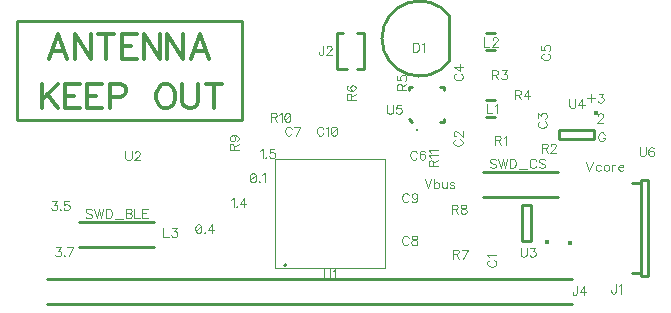
<source format=gbr>
G04 DipTrace 3.2.0.1*
G04 TopSilk.gbr*
%MOIN*%
G04 #@! TF.FileFunction,Legend,Top*
G04 #@! TF.Part,Single*
%ADD10C,0.009843*%
%ADD20C,0.007874*%
%ADD27C,0.015752*%
%ADD32C,0.015395*%
%ADD38C,0.015401*%
%ADD40C,0.011811*%
%ADD47C,0.001969*%
%ADD155C,0.004632*%
%ADD156C,0.012351*%
%FSLAX26Y26*%
G04*
G70*
G90*
G75*
G01*
G04 TopSilk*
%LPD*%
X311607Y1337339D2*
D10*
X1059244D1*
Y1007787D1*
X311607D1*
Y1337339D1*
X2390450Y489725D2*
Y808622D1*
Y489646D2*
X2414078D1*
X2390450Y808544D2*
X2414078D1*
Y489725D2*
Y808622D1*
X2360231Y499567D2*
X2390450D1*
Y798780D2*
X2360231D1*
D27*
X2154056Y597914D3*
D32*
X2078326Y599787D3*
X2024261Y605050D2*
D10*
Y723158D1*
X1992770Y605050D2*
Y723158D1*
X2024261D2*
X1992770D1*
X2024261Y605050D2*
X1992770D1*
X1872981Y1019110D2*
X1904481D1*
X1872981Y1074229D2*
X1904481D1*
X767701Y583575D2*
X517701D1*
X767701Y667827D2*
X517701D1*
D38*
X2238615Y1030326D3*
X2233352Y976261D2*
D10*
X2115244D1*
X2233352Y944770D2*
X2115244D1*
Y976261D2*
Y944770D1*
X2233352Y976261D2*
Y944770D1*
X1864701Y835827D2*
X2114701D1*
X1864701Y751575D2*
X2114701D1*
X1615173Y1107024D2*
Y1118844D1*
X1626984D1*
X1733284Y1107024D2*
Y1118844D1*
X1721473D2*
X1733284D1*
Y1000713D2*
Y1012500D1*
X1721473Y1000713D2*
X1733284D1*
D40*
X1644701Y975109D3*
X1615173Y1012500D2*
D10*
X1626984Y1000713D1*
X1871981Y1242110D2*
X1903481D1*
X1871981Y1297229D2*
X1903481D1*
X1751694Y1354639D2*
Y1204763D1*
X1751469Y1354939D2*
G03X1751469Y1204463I-99796J-75238D01*
G01*
X1171614Y514614D2*
D47*
Y878788D1*
X1535788D1*
Y514614D1*
X1171614D1*
X1200166Y524447D2*
D20*
G02X1200166Y524447I3933J0D01*
G01*
X1377488Y1297138D2*
D10*
Y1177055D1*
X1410920D2*
X1377488D1*
X1468040Y1299103D2*
X1444415D1*
X1468040Y1177055D2*
X1444415D1*
X1468040Y1299103D2*
Y1177055D1*
X1395200Y1297138D2*
X1377488D1*
X409701Y478827D2*
X2159701D1*
X409701Y394575D2*
X2159701D1*
X671698Y904273D2*
D155*
Y882751D1*
X673124Y878440D1*
X676009Y875588D1*
X680320Y874129D1*
X683172D1*
X687483Y875588D1*
X690368Y878440D1*
X691794Y882751D1*
Y904273D1*
X702516Y897077D2*
Y898503D1*
X703942Y901388D1*
X705368Y902814D1*
X708253Y904239D1*
X713990D1*
X716842Y902814D1*
X718268Y901388D1*
X719727Y898503D1*
Y895651D1*
X718268Y892766D1*
X715416Y888488D1*
X701057Y874129D1*
X721153D1*
X2306079Y459879D2*
Y436931D1*
X2304653Y432620D1*
X2303193Y431194D1*
X2300342Y429735D1*
X2297456D1*
X2294605Y431194D1*
X2293179Y432620D1*
X2291719Y436931D1*
Y439783D1*
X2315342Y454109D2*
X2318227Y455568D1*
X2322538Y459846D1*
Y429735D1*
X1989158Y582092D2*
Y560570D1*
X1990584Y556259D1*
X1993469Y553407D1*
X1997780Y551948D1*
X2000632D1*
X2004943Y553407D1*
X2007828Y556259D1*
X2009254Y560570D1*
Y582092D1*
X2021403Y582058D2*
X2037155D1*
X2028566Y570584D1*
X2032877D1*
X2035729Y569158D1*
X2037155Y567733D1*
X2038614Y563421D1*
Y560570D1*
X2037155Y556259D1*
X2034303Y553373D1*
X2029992Y551948D1*
X2025681D1*
X2021403Y553373D1*
X2019977Y554833D1*
X2018518Y557685D1*
X1875921Y1061131D2*
Y1030987D1*
X1893132D1*
X1902395Y1055361D2*
X1905280Y1056820D1*
X1909591Y1061098D1*
Y1030987D1*
X1885245Y540768D2*
X1882393Y539342D1*
X1879508Y536457D1*
X1878082Y533605D1*
Y527868D1*
X1879508Y524983D1*
X1882393Y522131D1*
X1885245Y520672D1*
X1889556Y519246D1*
X1896752D1*
X1901030Y520672D1*
X1903915Y522131D1*
X1906767Y524983D1*
X1908226Y527868D1*
Y533605D1*
X1906767Y536457D1*
X1903915Y539342D1*
X1901030Y540768D1*
X1883852Y550031D2*
X1882393Y552916D1*
X1878115Y557227D1*
X1908226D1*
X558950Y707450D2*
X556098Y710335D1*
X551787Y711761D1*
X546050D1*
X541739Y710335D1*
X538854Y707450D1*
Y704598D1*
X540313Y701713D1*
X541739Y700287D1*
X544591Y698861D1*
X553213Y695976D1*
X556098Y694550D1*
X557524Y693091D1*
X558950Y690239D1*
Y685928D1*
X556098Y683076D1*
X551787Y681617D1*
X546050D1*
X541739Y683076D1*
X538854Y685928D1*
X568214Y711761D2*
X575410Y681617D1*
X582573Y711761D1*
X589735Y681617D1*
X596932Y711761D1*
X606195D2*
Y681617D1*
X616243D1*
X620554Y683076D1*
X623439Y685928D1*
X624865Y688813D1*
X626291Y693091D1*
Y700287D1*
X624865Y704598D1*
X623439Y707450D1*
X620554Y710335D1*
X616243Y711761D1*
X606195D1*
X635555Y676643D2*
X662814D1*
X672077Y711761D2*
Y681617D1*
X685010D1*
X689321Y683076D1*
X690747Y684502D1*
X692173Y687354D1*
Y691665D1*
X690747Y694550D1*
X689321Y695976D1*
X685010Y697402D1*
X689321Y698861D1*
X690747Y700287D1*
X692173Y703139D1*
Y706024D1*
X690747Y708876D1*
X689321Y710335D1*
X685010Y711761D1*
X672077D1*
Y697402D2*
X685010D1*
X701437Y711761D2*
Y681617D1*
X718648D1*
X746548Y711761D2*
X727911D1*
Y681617D1*
X746548D1*
X727911Y697402D2*
X739385D1*
X2151339Y1077958D2*
Y1056436D1*
X2152765Y1052125D1*
X2155650Y1049273D1*
X2159961Y1047814D1*
X2162813D1*
X2167124Y1049273D1*
X2170009Y1052125D1*
X2171435Y1056436D1*
Y1077958D1*
X2195058Y1047814D2*
Y1077925D1*
X2180699Y1057862D1*
X2202220D1*
X1905745Y874450D2*
X1902893Y877335D1*
X1898582Y878761D1*
X1892845D1*
X1888534Y877335D1*
X1885649Y874450D1*
Y871598D1*
X1887108Y868713D1*
X1888534Y867287D1*
X1891386Y865861D1*
X1900008Y862976D1*
X1902893Y861550D1*
X1904319Y860091D1*
X1905745Y857239D1*
Y852928D1*
X1902893Y850076D1*
X1898582Y848617D1*
X1892845D1*
X1888534Y850076D1*
X1885649Y852928D1*
X1915008Y878761D2*
X1922204Y848617D1*
X1929367Y878761D1*
X1936530Y848617D1*
X1943726Y878761D1*
X1952990D2*
Y848617D1*
X1963038D1*
X1967349Y850076D1*
X1970234Y852928D1*
X1971660Y855813D1*
X1973086Y860091D1*
Y867287D1*
X1971660Y871598D1*
X1970234Y874450D1*
X1967349Y877335D1*
X1963038Y878761D1*
X1952990D1*
X1982349Y843643D2*
X2009608D1*
X2040394Y871598D2*
X2038968Y874450D1*
X2036083Y877335D1*
X2033231Y878761D1*
X2027494D1*
X2024609Y877335D1*
X2021757Y874450D1*
X2020298Y871598D1*
X2018872Y867287D1*
Y860091D1*
X2020298Y855813D1*
X2021757Y852928D1*
X2024609Y850076D1*
X2027494Y848617D1*
X2033231D1*
X2036083Y850076D1*
X2038968Y852928D1*
X2040394Y855813D1*
X2069753Y874450D2*
X2066901Y877335D1*
X2062590Y878761D1*
X2056853D1*
X2052542Y877335D1*
X2049657Y874450D1*
Y871598D1*
X2051116Y868713D1*
X2052542Y867287D1*
X2055394Y865861D1*
X2064016Y862976D1*
X2066901Y861550D1*
X2068327Y860091D1*
X2069753Y857239D1*
Y852928D1*
X2066901Y850076D1*
X2062590Y848617D1*
X2056853D1*
X2052542Y850076D1*
X2049657Y852928D1*
X1543501Y1058540D2*
Y1037018D1*
X1544927Y1032707D1*
X1547812Y1029855D1*
X1552123Y1028396D1*
X1554975D1*
X1559286Y1029855D1*
X1562171Y1032707D1*
X1563597Y1037018D1*
Y1058540D1*
X1590071Y1058507D2*
X1575745D1*
X1574319Y1045607D1*
X1575745Y1047033D1*
X1580056Y1048492D1*
X1584334D1*
X1588645Y1047033D1*
X1591530Y1044181D1*
X1592956Y1039870D1*
Y1037018D1*
X1591530Y1032707D1*
X1588645Y1029822D1*
X1584334Y1028396D1*
X1580056D1*
X1575745Y1029822D1*
X1574319Y1031281D1*
X1572860Y1034133D1*
X1772245Y943247D2*
X1769393Y941821D1*
X1766508Y938936D1*
X1765082Y936084D1*
Y930347D1*
X1766508Y927462D1*
X1769393Y924610D1*
X1772245Y923151D1*
X1776556Y921725D1*
X1783752D1*
X1788030Y923151D1*
X1790915Y924610D1*
X1793767Y927462D1*
X1795226Y930347D1*
Y936084D1*
X1793767Y938936D1*
X1790915Y941821D1*
X1788030Y943247D1*
X1772278Y953970D2*
X1770852D1*
X1767967Y955395D1*
X1766541Y956821D1*
X1765115Y959706D1*
Y965443D1*
X1766541Y968295D1*
X1767967Y969721D1*
X1770852Y971180D1*
X1773704D1*
X1776589Y969721D1*
X1780867Y966869D1*
X1795226Y952510D1*
Y972606D1*
X1902888Y940961D2*
X1915788D1*
X1920099Y942420D1*
X1921558Y943846D1*
X1922984Y946698D1*
Y949583D1*
X1921558Y952435D1*
X1920099Y953894D1*
X1915788Y955320D1*
X1902888D1*
Y925176D1*
X1912936Y940961D2*
X1922984Y925176D1*
X1932247Y949550D2*
X1935132Y951009D1*
X1939443Y955287D1*
Y925176D1*
X2058509Y914961D2*
X2071409D1*
X2075720Y916420D1*
X2077179Y917846D1*
X2078605Y920698D1*
Y923583D1*
X2077179Y926435D1*
X2075720Y927894D1*
X2071409Y929320D1*
X2058509D1*
Y899176D1*
X2068557Y914961D2*
X2078605Y899176D1*
X2089327Y922124D2*
Y923550D1*
X2090753Y926435D1*
X2092179Y927861D1*
X2095064Y929287D1*
X2100801D1*
X2103653Y927861D1*
X2105079Y926435D1*
X2106538Y923550D1*
Y920698D1*
X2105079Y917813D1*
X2102227Y913535D1*
X2087868Y899176D1*
X2107964D1*
X2053245Y1003247D2*
X2050393Y1001821D1*
X2047508Y998936D1*
X2046082Y996084D1*
Y990347D1*
X2047508Y987462D1*
X2050393Y984610D1*
X2053245Y983151D1*
X2057556Y981725D1*
X2064752D1*
X2069030Y983151D1*
X2071915Y984610D1*
X2074767Y987462D1*
X2076226Y990347D1*
Y996084D1*
X2074767Y998936D1*
X2071915Y1001821D1*
X2069030Y1003247D1*
X2046115Y1015395D2*
Y1031147D1*
X2057589Y1022558D1*
Y1026869D1*
X2059015Y1029721D1*
X2060441Y1031147D1*
X2064752Y1032606D1*
X2067604D1*
X2071915Y1031147D1*
X2074800Y1028295D1*
X2076226Y1023984D1*
Y1019673D1*
X2074800Y1015395D1*
X2073341Y1013969D1*
X2070489Y1012510D1*
X1867471Y1283131D2*
Y1252987D1*
X1884682D1*
X1895404Y1275935D2*
Y1277361D1*
X1896830Y1280246D1*
X1898256Y1281672D1*
X1901141Y1283098D1*
X1906878D1*
X1909730Y1281672D1*
X1911156Y1280246D1*
X1912615Y1277361D1*
Y1274509D1*
X1911156Y1271624D1*
X1908304Y1267346D1*
X1893945Y1252987D1*
X1914041D1*
X1773245Y1162534D2*
X1770393Y1161108D1*
X1767508Y1158223D1*
X1766082Y1155371D1*
Y1149634D1*
X1767508Y1146749D1*
X1770393Y1143897D1*
X1773245Y1142438D1*
X1777556Y1141012D1*
X1784752D1*
X1789030Y1142438D1*
X1791915Y1143897D1*
X1794767Y1146749D1*
X1796226Y1149634D1*
Y1155371D1*
X1794767Y1158223D1*
X1791915Y1161108D1*
X1789030Y1162534D1*
X1796226Y1186156D2*
X1766115D1*
X1786178Y1171797D1*
Y1193319D1*
X1894438Y1158961D2*
X1907338D1*
X1911649Y1160420D1*
X1913108Y1161846D1*
X1914534Y1164698D1*
Y1167583D1*
X1913108Y1170435D1*
X1911649Y1171894D1*
X1907338Y1173320D1*
X1894438D1*
Y1143176D1*
X1904486Y1158961D2*
X1914534Y1143176D1*
X1926682Y1173287D2*
X1942434D1*
X1933845Y1161813D1*
X1938156D1*
X1941008Y1160387D1*
X1942434Y1158961D1*
X1943893Y1154650D1*
Y1151798D1*
X1942434Y1147487D1*
X1939582Y1144602D1*
X1935271Y1143176D1*
X1930960D1*
X1926682Y1144602D1*
X1925256Y1146061D1*
X1923797Y1148913D1*
X1969796Y1092961D2*
X1982696D1*
X1987007Y1094420D1*
X1988466Y1095846D1*
X1989892Y1098698D1*
Y1101583D1*
X1988466Y1104435D1*
X1987007Y1105894D1*
X1982696Y1107320D1*
X1969796D1*
Y1077176D1*
X1979844Y1092961D2*
X1989892Y1077176D1*
X2013514D2*
Y1107287D1*
X1999155Y1087224D1*
X2020677D1*
X2065245Y1229247D2*
X2062393Y1227821D1*
X2059508Y1224936D1*
X2058082Y1222084D1*
Y1216347D1*
X2059508Y1213462D1*
X2062393Y1210610D1*
X2065245Y1209151D1*
X2069556Y1207725D1*
X2076752D1*
X2081030Y1209151D1*
X2083915Y1210610D1*
X2086767Y1213462D1*
X2088226Y1216347D1*
Y1222084D1*
X2086767Y1224936D1*
X2083915Y1227821D1*
X2081030Y1229247D1*
X2058115Y1255721D2*
Y1241395D1*
X2071015Y1239969D1*
X2069589Y1241395D1*
X2068130Y1245706D1*
Y1249984D1*
X2069589Y1254295D1*
X2072441Y1257180D1*
X2076752Y1258606D1*
X2079604D1*
X2083915Y1257180D1*
X2086800Y1254295D1*
X2088226Y1249984D1*
Y1245706D1*
X2086800Y1241395D1*
X2085341Y1239969D1*
X2082489Y1238510D1*
X1642976Y899157D2*
X1641550Y902009D1*
X1638665Y904894D1*
X1635813Y906320D1*
X1630076D1*
X1627191Y904894D1*
X1624339Y902009D1*
X1622880Y899157D1*
X1621454Y894846D1*
Y887650D1*
X1622880Y883372D1*
X1624339Y880487D1*
X1627191Y877635D1*
X1630076Y876176D1*
X1635813D1*
X1638665Y877635D1*
X1641550Y880487D1*
X1642976Y883372D1*
X1669451Y902009D2*
X1668025Y904861D1*
X1663714Y906287D1*
X1660862D1*
X1656551Y904861D1*
X1653666Y900550D1*
X1652240Y893387D1*
Y886224D1*
X1653666Y880487D1*
X1656551Y877602D1*
X1660862Y876176D1*
X1662288D1*
X1666566Y877602D1*
X1669451Y880487D1*
X1670877Y884798D1*
Y886224D1*
X1669451Y890535D1*
X1666566Y893387D1*
X1662288Y894813D1*
X1660862D1*
X1656551Y893387D1*
X1653666Y890535D1*
X1652240Y886224D1*
X1592441Y1109509D2*
Y1122409D1*
X1590982Y1126720D1*
X1589556Y1128179D1*
X1586704Y1129605D1*
X1583819D1*
X1580967Y1128179D1*
X1579508Y1126720D1*
X1578082Y1122409D1*
Y1109509D1*
X1608226D1*
X1592441Y1119557D2*
X1608226Y1129605D1*
X1578115Y1156079D2*
Y1141753D1*
X1591015Y1140327D1*
X1589589Y1141753D1*
X1588130Y1146064D1*
Y1150342D1*
X1589589Y1154653D1*
X1592441Y1157538D1*
X1596752Y1158964D1*
X1599604D1*
X1603915Y1157538D1*
X1606800Y1154653D1*
X1608226Y1150342D1*
Y1146064D1*
X1606800Y1141753D1*
X1605341Y1140327D1*
X1602489Y1138868D1*
X1630917Y1265614D2*
Y1235470D1*
X1640965D1*
X1645276Y1236929D1*
X1648161Y1239781D1*
X1649587Y1242666D1*
X1651013Y1246944D1*
Y1254140D1*
X1649587Y1258451D1*
X1648161Y1261303D1*
X1645276Y1264188D1*
X1640965Y1265614D1*
X1630917D1*
X1660276Y1259844D2*
X1663161Y1261303D1*
X1667472Y1265581D1*
Y1235470D1*
X1423441Y1076238D2*
Y1089138D1*
X1421982Y1093449D1*
X1420556Y1094908D1*
X1417704Y1096334D1*
X1414819D1*
X1411967Y1094908D1*
X1410508Y1093449D1*
X1409082Y1089138D1*
Y1076238D1*
X1439226D1*
X1423441Y1086286D2*
X1439226Y1096334D1*
X1413393Y1122809D2*
X1410541Y1121383D1*
X1409115Y1117072D1*
Y1114220D1*
X1410541Y1109909D1*
X1414852Y1107024D1*
X1422015Y1105598D1*
X1429178D1*
X1434915Y1107024D1*
X1437800Y1109909D1*
X1439226Y1114220D1*
Y1115646D1*
X1437800Y1119924D1*
X1434915Y1122809D1*
X1430604Y1124235D1*
X1429178D1*
X1424867Y1122809D1*
X1422015Y1119924D1*
X1420589Y1115646D1*
Y1114220D1*
X1422015Y1109909D1*
X1424867Y1107024D1*
X1429178Y1105598D1*
X1333423Y510721D2*
Y489200D1*
X1334849Y484888D1*
X1337734Y482037D1*
X1342045Y480577D1*
X1344897D1*
X1349208Y482037D1*
X1352093Y484888D1*
X1353519Y489200D1*
Y510721D1*
X1362783Y504951D2*
X1365668Y506410D1*
X1369979Y510688D1*
Y480577D1*
X797920Y648320D2*
Y618176D1*
X815131D1*
X827279Y648287D2*
X843031D1*
X834442Y636813D1*
X838753D1*
X841605Y635387D1*
X843031Y633961D1*
X844490Y629650D1*
Y626798D1*
X843031Y622487D1*
X840179Y619602D1*
X835868Y618176D1*
X831557D1*
X827279Y619602D1*
X825853Y621061D1*
X824394Y623913D1*
X1616031Y757157D2*
X1614605Y760009D1*
X1611720Y762894D1*
X1608868Y764320D1*
X1603131D1*
X1600246Y762894D1*
X1597394Y760009D1*
X1595935Y757157D1*
X1594509Y752846D1*
Y745650D1*
X1595935Y741372D1*
X1597394Y738487D1*
X1600246Y735635D1*
X1603131Y734176D1*
X1608868D1*
X1611720Y735635D1*
X1614605Y738487D1*
X1616031Y741372D1*
X1643964Y754272D2*
X1642505Y749961D1*
X1639653Y747076D1*
X1635342Y745650D1*
X1633916D1*
X1629605Y747076D1*
X1626753Y749961D1*
X1625294Y754272D1*
Y755698D1*
X1626753Y760009D1*
X1629605Y762861D1*
X1633916Y764287D1*
X1635342D1*
X1639653Y762861D1*
X1642505Y760009D1*
X1643964Y754272D1*
Y747076D1*
X1642505Y739913D1*
X1639653Y735602D1*
X1635342Y734176D1*
X1632490D1*
X1628179Y735602D1*
X1626753Y738487D1*
X1331017Y979157D2*
X1329591Y982009D1*
X1326706Y984894D1*
X1323854Y986320D1*
X1318117D1*
X1315232Y984894D1*
X1312380Y982009D1*
X1310921Y979157D1*
X1309495Y974846D1*
Y967650D1*
X1310921Y963372D1*
X1312380Y960487D1*
X1315232Y957635D1*
X1318117Y956176D1*
X1323854D1*
X1326706Y957635D1*
X1329591Y960487D1*
X1331017Y963372D1*
X1340280Y980550D2*
X1343166Y982009D1*
X1347477Y986287D1*
Y956176D1*
X1365362Y986287D2*
X1361051Y984861D1*
X1358166Y980550D1*
X1356740Y973387D1*
Y969076D1*
X1358166Y961913D1*
X1361051Y957602D1*
X1365362Y956176D1*
X1368214D1*
X1372525Y957602D1*
X1375377Y961913D1*
X1376836Y969076D1*
Y973387D1*
X1375377Y980550D1*
X1372525Y984861D1*
X1368214Y986287D1*
X1365362D1*
X1375377Y980550D2*
X1358166Y961913D1*
X1615334Y614157D2*
X1613908Y617009D1*
X1611023Y619894D1*
X1608171Y621320D1*
X1602434D1*
X1599549Y619894D1*
X1596697Y617009D1*
X1595238Y614157D1*
X1593812Y609846D1*
Y602650D1*
X1595238Y598372D1*
X1596697Y595487D1*
X1599549Y592635D1*
X1602434Y591176D1*
X1608171D1*
X1611023Y592635D1*
X1613908Y595487D1*
X1615334Y598372D1*
X1631761Y621287D2*
X1627483Y619861D1*
X1626024Y617009D1*
Y614124D1*
X1627483Y611272D1*
X1630335Y609813D1*
X1636072Y608387D1*
X1640383Y606961D1*
X1643235Y604076D1*
X1644661Y601224D1*
Y596913D1*
X1643235Y594061D1*
X1641809Y592602D1*
X1637498Y591176D1*
X1631761D1*
X1627483Y592602D1*
X1626024Y594061D1*
X1624598Y596913D1*
Y601224D1*
X1626024Y604076D1*
X1628909Y606961D1*
X1633187Y608387D1*
X1638924Y609813D1*
X1641809Y611272D1*
X1643235Y614124D1*
Y617009D1*
X1641809Y619861D1*
X1637498Y621287D1*
X1631761D1*
X1762438Y561961D2*
X1775338D1*
X1779649Y563420D1*
X1781108Y564846D1*
X1782534Y567698D1*
Y570583D1*
X1781108Y573435D1*
X1779649Y574894D1*
X1775338Y576320D1*
X1762438D1*
Y546176D1*
X1772486Y561961D2*
X1782534Y546176D1*
X1797534D2*
X1811893Y576287D1*
X1791797D1*
X1759454Y710961D2*
X1772354D1*
X1776665Y712420D1*
X1778124Y713846D1*
X1779550Y716698D1*
Y719583D1*
X1778124Y722435D1*
X1776665Y723894D1*
X1772354Y725320D1*
X1759454D1*
Y695176D1*
X1769502Y710961D2*
X1779550Y695176D1*
X1795977Y725287D2*
X1791699Y723861D1*
X1790240Y721009D1*
Y718124D1*
X1791699Y715272D1*
X1794551Y713813D1*
X1800288Y712387D1*
X1804599Y710961D1*
X1807451Y708076D1*
X1808877Y705224D1*
Y700913D1*
X1807451Y698061D1*
X1806025Y696602D1*
X1801714Y695176D1*
X1795977D1*
X1791699Y696602D1*
X1790240Y698061D1*
X1788814Y700913D1*
Y705224D1*
X1790240Y708076D1*
X1793125Y710961D1*
X1797403Y712387D1*
X1803140Y713813D1*
X1806025Y715272D1*
X1807451Y718124D1*
Y721009D1*
X1806025Y723861D1*
X1801714Y725287D1*
X1795977D1*
X1331264Y1255036D2*
Y1232089D1*
X1329838Y1227777D1*
X1328379Y1226352D1*
X1325527Y1224892D1*
X1322642D1*
X1319790Y1226352D1*
X1318364Y1227777D1*
X1316905Y1232089D1*
Y1234940D1*
X1341986Y1247840D2*
Y1249266D1*
X1343412Y1252151D1*
X1344838Y1253577D1*
X1347723Y1255003D1*
X1353460D1*
X1356312Y1253577D1*
X1357738Y1252151D1*
X1359197Y1249266D1*
Y1246414D1*
X1357738Y1243529D1*
X1354886Y1239251D1*
X1340527Y1224892D1*
X1360623D1*
X2176488Y453761D2*
Y430813D1*
X2175062Y426502D1*
X2173603Y425076D1*
X2170751Y423617D1*
X2167866D1*
X2165014Y425076D1*
X2163588Y426502D1*
X2162129Y430813D1*
Y433665D1*
X2200110Y423617D2*
Y453728D1*
X2185751Y433665D1*
X2207273D1*
X1225247Y979157D2*
X1223821Y982009D1*
X1220936Y984894D1*
X1218084Y986320D1*
X1212347D1*
X1209462Y984894D1*
X1206610Y982009D1*
X1205151Y979157D1*
X1203725Y974846D1*
Y967650D1*
X1205151Y963372D1*
X1206610Y960487D1*
X1209462Y957635D1*
X1212347Y956176D1*
X1218084D1*
X1220936Y957635D1*
X1223821Y960487D1*
X1225247Y963372D1*
X1240247Y956176D2*
X1254606Y986287D1*
X1234510D1*
X1032977Y908686D2*
Y921586D1*
X1031518Y925897D1*
X1030092Y927356D1*
X1027240Y928782D1*
X1024355D1*
X1021503Y927356D1*
X1020044Y925897D1*
X1018618Y921586D1*
Y908686D1*
X1048762D1*
X1032977Y918734D2*
X1048762Y928782D1*
X1028666Y956716D2*
X1032977Y955257D1*
X1035862Y952405D1*
X1037288Y948094D1*
Y946668D1*
X1035862Y942357D1*
X1032977Y939505D1*
X1028666Y938046D1*
X1027240D1*
X1022929Y939505D1*
X1020077Y942357D1*
X1018651Y946668D1*
Y948094D1*
X1020077Y952405D1*
X1022929Y955257D1*
X1028666Y956716D1*
X1035862D1*
X1043025Y955257D1*
X1047336Y952405D1*
X1048762Y948094D1*
Y945242D1*
X1047336Y940931D1*
X1044451Y939505D1*
X1155279Y1016961D2*
X1168179D1*
X1172490Y1018420D1*
X1173949Y1019846D1*
X1175375Y1022698D1*
Y1025583D1*
X1173949Y1028435D1*
X1172490Y1029894D1*
X1168179Y1031320D1*
X1155279D1*
Y1001176D1*
X1165327Y1016961D2*
X1175375Y1001176D1*
X1184638Y1025550D2*
X1187523Y1027009D1*
X1191834Y1031287D1*
Y1001176D1*
X1209720Y1031287D2*
X1205409Y1029861D1*
X1202524Y1025550D1*
X1201098Y1018387D1*
Y1014076D1*
X1202524Y1006913D1*
X1205409Y1002602D1*
X1209720Y1001176D1*
X1212572D1*
X1216883Y1002602D1*
X1219735Y1006913D1*
X1221194Y1014076D1*
Y1018387D1*
X1219735Y1025550D1*
X1216883Y1029861D1*
X1212572Y1031287D1*
X1209720D1*
X1219735Y1025550D2*
X1202524Y1006913D1*
X1697441Y853658D2*
Y866558D1*
X1695982Y870869D1*
X1694556Y872328D1*
X1691704Y873754D1*
X1688819D1*
X1685967Y872328D1*
X1684508Y870869D1*
X1683082Y866558D1*
Y853658D1*
X1713226D1*
X1697441Y863706D2*
X1713226Y873754D1*
X1688852Y883018D2*
X1687393Y885903D1*
X1683115Y890214D1*
X1713226D1*
X1688852Y899477D2*
X1687393Y902362D1*
X1683115Y906673D1*
X1713226D1*
X2385577Y917509D2*
Y895987D1*
X2387003Y891676D1*
X2389888Y888824D1*
X2394199Y887365D1*
X2397051D1*
X2401362Y888824D1*
X2404247Y891676D1*
X2405673Y895987D1*
Y917509D1*
X2432147Y913198D2*
X2430721Y916050D1*
X2426410Y917476D1*
X2423558D1*
X2419247Y916050D1*
X2416362Y911739D1*
X2414936Y904576D1*
Y897413D1*
X2416362Y891676D1*
X2419247Y888791D1*
X2423558Y887365D1*
X2424984D1*
X2429262Y888791D1*
X2432147Y891676D1*
X2433573Y895987D1*
Y897413D1*
X2432147Y901724D1*
X2429262Y904576D1*
X2424984Y906002D1*
X2423558D1*
X2419247Y904576D1*
X2416362Y901724D1*
X2414936Y897413D1*
X2223601Y1093670D2*
Y1067837D1*
X2210701Y1080737D2*
X2236534D1*
X2248682Y1095809D2*
X2264434D1*
X2255845Y1084335D1*
X2260156D1*
X2263008Y1082909D1*
X2264434Y1081483D1*
X2265893Y1077172D1*
Y1074320D1*
X2264434Y1070009D1*
X2261582Y1067124D1*
X2257271Y1065698D1*
X2252960D1*
X2248682Y1067124D1*
X2247256Y1068583D1*
X2245797Y1071435D1*
X2246160Y1022646D2*
Y1024072D1*
X2247586Y1026957D1*
X2249012Y1028383D1*
X2251897Y1029809D1*
X2257634D1*
X2260486Y1028383D1*
X2261912Y1026957D1*
X2263371Y1024072D1*
Y1021220D1*
X2261912Y1018335D1*
X2259060Y1014057D1*
X2244701Y999698D1*
X2264797D1*
X2269223Y959679D2*
X2267797Y962531D1*
X2264912Y965416D1*
X2262060Y966842D1*
X2256323D1*
X2253438Y965416D1*
X2250586Y962531D1*
X2249127Y959679D1*
X2247701Y955368D1*
Y948172D1*
X2249127Y943894D1*
X2250586Y941009D1*
X2253438Y938157D1*
X2256323Y936698D1*
X2262060D1*
X2264912Y938157D1*
X2267797Y941009D1*
X2269223Y943894D1*
Y948172D1*
X2262060D1*
X2206701Y868842D2*
X2218175Y838698D1*
X2229649Y868842D1*
X2256156Y854483D2*
X2253271Y857368D1*
X2250386Y858794D1*
X2246108D1*
X2243223Y857368D1*
X2240371Y854483D1*
X2238912Y850172D1*
Y847320D1*
X2240371Y843009D1*
X2243223Y840157D1*
X2246108Y838698D1*
X2250386D1*
X2253271Y840157D1*
X2256156Y843009D1*
X2272583Y858794D2*
X2269731Y857368D1*
X2266846Y854483D1*
X2265420Y850172D1*
Y847320D1*
X2266846Y843009D1*
X2269731Y840157D1*
X2272583Y838698D1*
X2276894D1*
X2279779Y840157D1*
X2282631Y843009D1*
X2284090Y847320D1*
Y850172D1*
X2282631Y854483D1*
X2279779Y857368D1*
X2276894Y858794D1*
X2272583D1*
X2293353D2*
Y838698D1*
Y850172D2*
X2294812Y854483D1*
X2297664Y857368D1*
X2300549Y858794D1*
X2304860D1*
X2314124Y850172D2*
X2331335D1*
Y853057D1*
X2329909Y855942D1*
X2328483Y857368D1*
X2325598Y858794D1*
X2321287D1*
X2318435Y857368D1*
X2315550Y854483D1*
X2314124Y850172D1*
Y847320D1*
X2315550Y843009D1*
X2318435Y840157D1*
X2321287Y838698D1*
X2325598D1*
X2328483Y840157D1*
X2331335Y843009D1*
X1668701Y810842D2*
X1680175Y780698D1*
X1691649Y810842D1*
X1700912D2*
Y780698D1*
Y796483D2*
X1703797Y799368D1*
X1706649Y800794D1*
X1710960D1*
X1713812Y799368D1*
X1716697Y796483D1*
X1718123Y792172D1*
Y789320D1*
X1716697Y785009D1*
X1713812Y782157D1*
X1710960Y780698D1*
X1706649D1*
X1703797Y782157D1*
X1700912Y785009D1*
X1727387Y800794D2*
Y786435D1*
X1728813Y782157D1*
X1731698Y780698D1*
X1736009D1*
X1738861Y782157D1*
X1743172Y786435D1*
Y800794D2*
Y780698D1*
X1768220Y796483D2*
X1766794Y799368D1*
X1762483Y800794D1*
X1758172D1*
X1753861Y799368D1*
X1752435Y796483D1*
X1753861Y793631D1*
X1756746Y792172D1*
X1763909Y790746D1*
X1766794Y789320D1*
X1768220Y786435D1*
Y785009D1*
X1766794Y782157D1*
X1762483Y780698D1*
X1758172D1*
X1753861Y782157D1*
X1752435Y785009D1*
X913323Y660809D2*
X909012Y659383D1*
X906127Y655072D1*
X904701Y647909D1*
Y643598D1*
X906127Y636435D1*
X909012Y632124D1*
X913323Y630698D1*
X916175D1*
X920486Y632124D1*
X923338Y636435D1*
X924797Y643598D1*
Y647909D1*
X923338Y655072D1*
X920486Y659383D1*
X916175Y660809D1*
X913323D1*
X923338Y655072D2*
X906127Y636435D1*
X935486Y633583D2*
X934060Y632124D1*
X935486Y630698D1*
X936945Y632124D1*
X935486Y633583D1*
X960568Y630698D2*
Y660809D1*
X946209Y640746D1*
X967731D1*
X1024701Y742072D2*
X1027586Y743531D1*
X1031897Y747809D1*
Y717698D1*
X1042586Y720583D2*
X1041160Y719124D1*
X1042586Y717698D1*
X1044045Y719124D1*
X1042586Y720583D1*
X1067668Y717698D2*
Y747809D1*
X1053309Y727746D1*
X1074831D1*
X1095323Y830809D2*
X1091012Y829383D1*
X1088127Y825072D1*
X1086701Y817909D1*
Y813598D1*
X1088127Y806435D1*
X1091012Y802124D1*
X1095323Y800698D1*
X1098175D1*
X1102486Y802124D1*
X1105338Y806435D1*
X1106797Y813598D1*
Y817909D1*
X1105338Y825072D1*
X1102486Y829383D1*
X1098175Y830809D1*
X1095323D1*
X1105338Y825072D2*
X1088127Y806435D1*
X1117486Y803583D2*
X1116060Y802124D1*
X1117486Y800698D1*
X1118945Y802124D1*
X1117486Y803583D1*
X1128209Y825072D2*
X1131094Y826531D1*
X1135405Y830809D1*
Y800698D1*
X1121701Y905072D2*
X1124586Y906531D1*
X1128897Y910809D1*
Y880698D1*
X1139586Y883583D2*
X1138160Y882124D1*
X1139586Y880698D1*
X1141045Y882124D1*
X1139586Y883583D1*
X1167520Y910809D2*
X1153194D1*
X1151768Y897909D1*
X1153194Y899335D1*
X1157505Y900794D1*
X1161783D1*
X1166094Y899335D1*
X1168979Y896483D1*
X1170405Y892172D1*
Y889320D1*
X1168979Y885009D1*
X1166094Y882124D1*
X1161783Y880698D1*
X1157505D1*
X1153194Y882124D1*
X1151768Y883583D1*
X1150309Y886435D1*
X439586Y583809D2*
X455338D1*
X446749Y572335D1*
X451060D1*
X453912Y570909D1*
X455338Y569483D1*
X456797Y565172D1*
Y562320D1*
X455338Y558009D1*
X452486Y555124D1*
X448175Y553698D1*
X443864D1*
X439586Y555124D1*
X438160Y556583D1*
X436701Y559435D1*
X467486Y556583D2*
X466060Y555124D1*
X467486Y553698D1*
X468945Y555124D1*
X467486Y556583D1*
X483946Y553698D2*
X498305Y583809D1*
X478209D1*
X426586Y737809D2*
X442338D1*
X433749Y726335D1*
X438060D1*
X440912Y724909D1*
X442338Y723483D1*
X443797Y719172D1*
Y716320D1*
X442338Y712009D1*
X439486Y709124D1*
X435175Y707698D1*
X430864D1*
X426586Y709124D1*
X425160Y710583D1*
X423701Y713435D1*
X454486Y710583D2*
X453060Y709124D1*
X454486Y707698D1*
X455945Y709124D1*
X454486Y710583D1*
X482420Y737809D2*
X468094D1*
X466668Y724909D1*
X468094Y726335D1*
X472405Y727794D1*
X476683D1*
X480994Y726335D1*
X483879Y723483D1*
X485305Y719172D1*
Y716320D1*
X483879Y712009D1*
X480994Y709124D1*
X476683Y707698D1*
X472405D1*
X468094Y709124D1*
X466668Y710583D1*
X465209Y713435D1*
X391798Y1127546D2*
D156*
Y1047162D1*
X445388Y1127546D2*
X391798Y1073957D1*
X410900Y1093146D2*
X445388Y1047162D1*
X519789Y1127546D2*
X470090D1*
Y1047162D1*
X519789D1*
X470090Y1089255D2*
X500688D1*
X594190Y1127546D2*
X544492D1*
Y1047162D1*
X594190D1*
X544492Y1089255D2*
X575089D1*
X618893Y1085453D2*
X653381D1*
X664789Y1089255D1*
X668680Y1093146D1*
X672482Y1100751D1*
Y1112248D1*
X668680Y1119853D1*
X664789Y1123744D1*
X653381Y1127546D1*
X618893D1*
Y1047162D1*
X797939Y1127546D2*
X790245Y1123744D1*
X782640Y1116050D1*
X778749Y1108445D1*
X774946Y1096949D1*
Y1077759D1*
X778749Y1066352D1*
X782640Y1058658D1*
X790245Y1051053D1*
X797939Y1047162D1*
X813237D1*
X820842Y1051053D1*
X828536Y1058658D1*
X832338Y1066352D1*
X836141Y1077759D1*
Y1096949D1*
X832338Y1108445D1*
X828536Y1116050D1*
X820842Y1123744D1*
X813237Y1127546D1*
X797939D1*
X860844D2*
Y1070154D1*
X864646Y1058658D1*
X872340Y1051053D1*
X883836Y1047162D1*
X891441D1*
X902937Y1051053D1*
X910631Y1058658D1*
X914433Y1070154D1*
Y1127546D1*
X965931D2*
Y1047162D1*
X939136Y1127546D2*
X992725D1*
X477454Y1212895D2*
X446769Y1293279D1*
X416171Y1212895D1*
X427667Y1239690D2*
X465958D1*
X555746Y1293279D2*
Y1212895D1*
X502157Y1293279D1*
Y1212895D1*
X607244Y1293279D2*
Y1212895D1*
X580449Y1293279D2*
X634038D1*
X708440D2*
X658741D1*
Y1212895D1*
X708440D1*
X658741Y1254989D2*
X689338D1*
X786732Y1293279D2*
Y1212895D1*
X733142Y1293279D1*
Y1212895D1*
X865024Y1293279D2*
Y1212895D1*
X811435Y1293279D1*
Y1212895D1*
X951010D2*
X920324Y1293279D1*
X889727Y1212895D1*
X901223Y1239690D2*
X939513D1*
M02*

</source>
